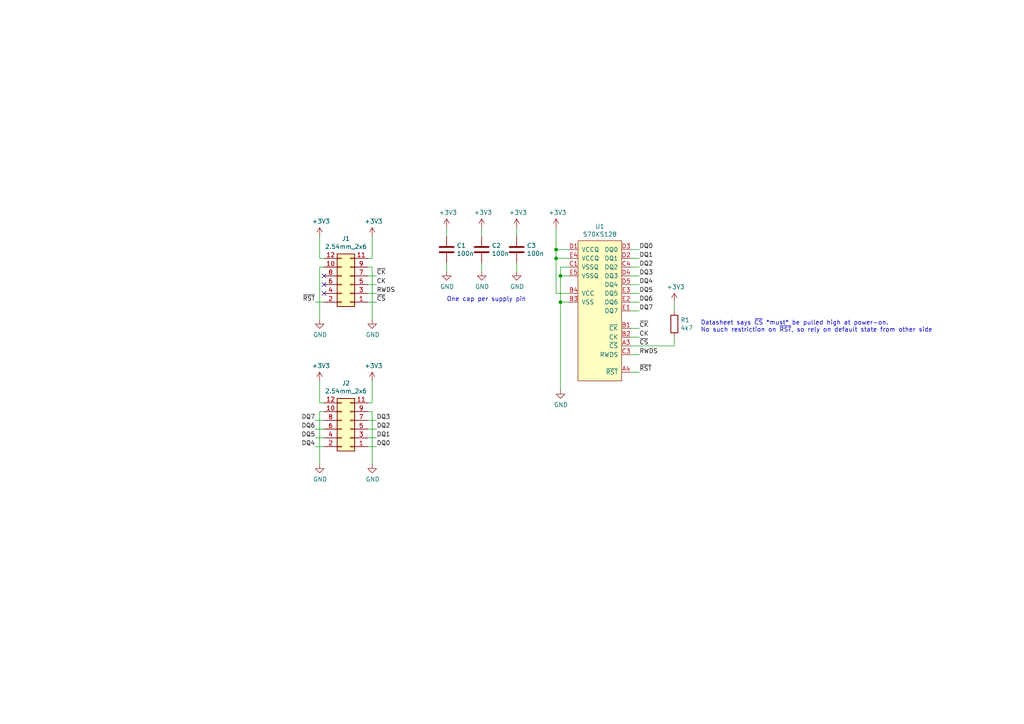
<source format=kicad_sch>
(kicad_sch (version 20230121) (generator eeschema)
  (paper "A4")
  (title_block (title "HyperRAM PMOD") (date "2020-08-19") (rev "A") (company "Luke Wren"))
  (lib_symbols
    (symbol "Connector_Generic:Conn_02x06_Odd_Even" (pin_names (offset 1.016) hide)
      (property "Reference" "J" (at 1.27 7.62 0))
      (property "Value" "Conn_02x06_Odd_Even" (at 1.27 -10.16 0))
      (symbol "Conn_02x06_Odd_Even_1_1"
        (rectangle (start -1.27 -7.493) (end 0 -7.747) (stroke (width 0.1524)))
        (rectangle (start -1.27 -4.953) (end 0 -5.207) (stroke (width 0.1524)))
        (rectangle (start -1.27 -2.413) (end 0 -2.667) (stroke (width 0.1524)))
        (rectangle (start -1.27 0.127) (end 0 -0.127) (stroke (width 0.1524)))
        (rectangle (start -1.27 2.667) (end 0 2.413) (stroke (width 0.1524)))
        (rectangle (start -1.27 5.207) (end 0 4.953) (stroke (width 0.1524)))
        (rectangle (start -1.27 6.35) (end 3.81 -8.89) (stroke (width 0.254)) (fill (type background)))
        (rectangle (start 3.81 -7.493) (end 2.54 -7.747) (stroke (width 0.1524)))
        (rectangle (start 3.81 -4.953) (end 2.54 -5.207) (stroke (width 0.1524)))
        (rectangle (start 3.81 -2.413) (end 2.54 -2.667) (stroke (width 0.1524)))
        (rectangle (start 3.81 0.127) (end 2.54 -0.127) (stroke (width 0.1524)))
        (rectangle (start 3.81 2.667) (end 2.54 2.413) (stroke (width 0.1524)))
        (rectangle (start 3.81 5.207) (end 2.54 4.953) (stroke (width 0.1524)))
        (pin passive line (at -5.08 5.08 0) (length 3.81) (name "Pin_1") (number "1"))
        (pin passive line (at 7.62 -5.08 180) (length 3.81) (name "Pin_10") (number "10"))
        (pin passive line (at -5.08 -7.62 0) (length 3.81) (name "Pin_11") (number "11"))
        (pin passive line (at 7.62 -7.62 180) (length 3.81) (name "Pin_12") (number "12"))
        (pin passive line (at 7.62 5.08 180) (length 3.81) (name "Pin_2") (number "2"))
        (pin passive line (at -5.08 2.54 0) (length 3.81) (name "Pin_3") (number "3"))
        (pin passive line (at 7.62 2.54 180) (length 3.81) (name "Pin_4") (number "4"))
        (pin passive line (at -5.08 0 0) (length 3.81) (name "Pin_5") (number "5"))
        (pin passive line (at 7.62 0 180) (length 3.81) (name "Pin_6") (number "6"))
        (pin passive line (at -5.08 -2.54 0) (length 3.81) (name "Pin_7") (number "7"))
        (pin passive line (at 7.62 -2.54 180) (length 3.81) (name "Pin_8") (number "8"))
        (pin passive line (at -5.08 -5.08 0) (length 3.81) (name "Pin_9") (number "9"))
      )
    )
    (symbol "Device:C" (pin_numbers hide) (pin_names (offset 0.254))
      (property "Reference" "C" (at 0.635 2.54 0))
      (property "Value" "C" (at 0.635 -2.54 0))
      (symbol "C_0_1"
        (polyline (pts (xy -2.032 -0.762) (xy 2.032 -0.762)) (stroke (width 0.508)))
        (polyline (pts (xy -2.032 0.762) (xy 2.032 0.762)) (stroke (width 0.508)))
      )
      (symbol "C_1_1"
        (pin passive line (at 0 3.81 270) (length 2.794) (name "~") (number "1"))
        (pin passive line (at 0 -3.81 90) (length 2.794) (name "~") (number "2"))
      )
    )
    (symbol "Device:R" (pin_numbers hide) (pin_names (offset 0))
      (property "Reference" "R" (at 2.032 0 90))
      (property "Value" "R" (at 0 0 90))
      (symbol "R_0_1"
        (rectangle (start -1.016 -2.54) (end 1.016 2.54) (stroke (width 0.254)))
      )
      (symbol "R_1_1"
        (pin passive line (at 0 3.81 270) (length 1.27) (name "~") (number "1"))
        (pin passive line (at 0 -3.81 90) (length 1.27) (name "~") (number "2"))
      )
    )
    (symbol "picodvi:S70KS128" (pin_names (offset 1.016))
      (property "Reference" "U" (at 0 21.59 0))
      (property "Value" "S70KS128" (at 0 -21.59 0))
      (symbol "S70KS128_0_1"
        (rectangle (start -6.35 20.32) (end 6.35 -20.32) (fill (type background)))
      )
      (symbol "S70KS128_1_1"
        (pin input line (at 8.89 -10.16 180) (length 2.54) (name "~{CS}") (number "A3"))
        (pin input line (at 8.89 -17.78 180) (length 2.54) (name "~{RST}") (number "A4"))
        (pin input line (at 8.89 -5.08 180) (length 2.54) (name "~{CK}") (number "B1"))
        (pin input line (at 8.89 -7.62 180) (length 2.54) (name "CK") (number "B2"))
        (pin passive line (at -8.89 2.54 0) (length 2.54) (name "VSS") (number "B3"))
        (pin power_in line (at -8.89 5.08 0) (length 2.54) (name "VCC") (number "B4"))
        (pin passive line (at -8.89 12.7 0) (length 2.54) (name "VSSQ") (number "C1"))
        (pin bidirectional line (at 8.89 -12.7 180) (length 2.54) (name "RWDS") (number "C3"))
        (pin bidirectional line (at 8.89 12.7 180) (length 2.54) (name "DQ2") (number "C4"))
        (pin power_in line (at -8.89 17.78 0) (length 2.54) (name "VCCQ") (number "D1"))
        (pin bidirectional line (at 8.89 15.24 180) (length 2.54) (name "DQ1") (number "D2"))
        (pin bidirectional line (at 8.89 17.78 180) (length 2.54) (name "DQ0") (number "D3"))
        (pin bidirectional line (at 8.89 10.16 180) (length 2.54) (name "DQ3") (number "D4"))
        (pin bidirectional line (at 8.89 7.62 180) (length 2.54) (name "DQ4") (number "D5"))
        (pin bidirectional line (at 8.89 0 180) (length 2.54) (name "DQ7") (number "E1"))
        (pin bidirectional line (at 8.89 2.54 180) (length 2.54) (name "DQ6") (number "E2"))
        (pin bidirectional line (at 8.89 5.08 180) (length 2.54) (name "DQ5") (number "E3"))
        (pin power_in line (at -8.89 15.24 0) (length 2.54) (name "VCCQ") (number "E4"))
        (pin passive line (at -8.89 10.16 0) (length 2.54) (name "VSSQ") (number "E5"))
      )
    )
    (symbol "power:+3V3" (power) (pin_names (offset 0))
      (property "Value" "+3V3" (at 0 3.556 0))
      (symbol "+3V3_0_1"
        (polyline (pts (xy -0.762 1.27) (xy 0 2.54)))
        (polyline (pts (xy 0 0) (xy 0 2.54)))
        (polyline (pts (xy 0 2.54) (xy 0.762 1.27)))
      )
      (symbol "+3V3_1_1"
        (pin power_in line (at 0 0 90) (length 0) hide (name "+3V3") (number "1"))
      )
    )
    (symbol "power:GND" (power) (pin_names (offset 0))
      (property "Value" "GND" (at 0 -3.81 0))
      (symbol "GND_0_1"
        (polyline (pts (xy 0 0) (xy 0 -1.27) (xy 1.27 -1.27) (xy 0 -2.54) (xy -1.27 -1.27) (xy 0 -1.27)))
      )
      (symbol "GND_1_1"
        (pin power_in line (at 0 0 270) (length 0) hide (name "GND") (number "1"))
      )
    )
  )
  (junction (at 161.29 72.39))
  (junction (at 162.56 87.63))
  (junction (at 162.56 80.01))
  (junction (at 161.29 74.93))
  (no_connect (at 93.98 82.55))
  (no_connect (at 93.98 80.01))
  (no_connect (at 93.98 85.09))
  (wire (pts (xy 161.29 74.93) (xy 161.29 72.39)))
  (wire (pts (xy 106.68 85.09) (xy 109.22 85.09)))
  (wire (pts (xy 93.98 116.84) (xy 92.71 116.84)))
  (wire (pts (xy 139.7 78.74) (xy 139.7 76.2)))
  (wire (pts (xy 129.54 68.58) (xy 129.54 66.04)))
  (wire (pts (xy 92.71 74.93) (xy 92.71 68.58)))
  (wire (pts (xy 91.44 87.63) (xy 93.98 87.63)))
  (wire (pts (xy 165.1 80.01) (xy 162.56 80.01)))
  (wire (pts (xy 106.68 127) (xy 109.22 127)))
  (wire (pts (xy 93.98 74.93) (xy 92.71 74.93)))
  (wire (pts (xy 106.68 121.92) (xy 109.22 121.92)))
  (wire (pts (xy 91.44 129.54) (xy 93.98 129.54)))
  (wire (pts (xy 106.68 82.55) (xy 109.22 82.55)))
  (wire (pts (xy 161.29 72.39) (xy 161.29 66.04)))
  (wire (pts (xy 162.56 77.47) (xy 162.56 80.01)))
  (wire (pts (xy 182.88 100.33) (xy 195.58 100.33)))
  (wire (pts (xy 106.68 124.46) (xy 109.22 124.46)))
  (wire (pts (xy 162.56 87.63) (xy 162.56 113.03)))
  (wire (pts (xy 165.1 77.47) (xy 162.56 77.47)))
  (wire (pts (xy 93.98 77.47) (xy 92.71 77.47)))
  (wire (pts (xy 161.29 85.09) (xy 165.1 85.09)))
  (wire (pts (xy 182.88 107.95) (xy 185.42 107.95)))
  (wire (pts (xy 165.1 74.93) (xy 161.29 74.93)))
  (wire (pts (xy 92.71 116.84) (xy 92.71 110.49)))
  (wire (pts (xy 91.44 124.46) (xy 93.98 124.46)))
  (wire (pts (xy 182.88 85.09) (xy 185.42 85.09)))
  (wire (pts (xy 165.1 72.39) (xy 161.29 72.39)))
  (wire (pts (xy 106.68 87.63) (xy 109.22 87.63)))
  (wire (pts (xy 182.88 74.93) (xy 185.42 74.93)))
  (wire (pts (xy 91.44 127) (xy 93.98 127)))
  (wire (pts (xy 92.71 77.47) (xy 92.71 92.71)))
  (wire (pts (xy 162.56 80.01) (xy 162.56 87.63)))
  (wire (pts (xy 182.88 90.17) (xy 185.42 90.17)))
  (wire (pts (xy 107.95 119.38) (xy 107.95 134.62)))
  (wire (pts (xy 165.1 87.63) (xy 162.56 87.63)))
  (wire (pts (xy 161.29 74.93) (xy 161.29 85.09)))
  (wire (pts (xy 106.68 119.38) (xy 107.95 119.38)))
  (wire (pts (xy 91.44 121.92) (xy 93.98 121.92)))
  (wire (pts (xy 93.98 119.38) (xy 92.71 119.38)))
  (wire (pts (xy 106.68 74.93) (xy 107.95 74.93)))
  (wire (pts (xy 182.88 87.63) (xy 185.42 87.63)))
  (wire (pts (xy 149.86 78.74) (xy 149.86 76.2)))
  (wire (pts (xy 106.68 129.54) (xy 109.22 129.54)))
  (wire (pts (xy 182.88 80.01) (xy 185.42 80.01)))
  (wire (pts (xy 129.54 78.74) (xy 129.54 76.2)))
  (wire (pts (xy 106.68 77.47) (xy 107.95 77.47)))
  (wire (pts (xy 139.7 68.58) (xy 139.7 66.04)))
  (wire (pts (xy 107.95 77.47) (xy 107.95 92.71)))
  (wire (pts (xy 106.68 116.84) (xy 107.95 116.84)))
  (wire (pts (xy 195.58 90.17) (xy 195.58 87.63)))
  (wire (pts (xy 149.86 68.58) (xy 149.86 66.04)))
  (wire (pts (xy 182.88 97.79) (xy 185.42 97.79)))
  (wire (pts (xy 182.88 95.25) (xy 185.42 95.25)))
  (wire (pts (xy 107.95 116.84) (xy 107.95 110.49)))
  (wire (pts (xy 107.95 74.93) (xy 107.95 68.58)))
  (wire (pts (xy 106.68 80.01) (xy 109.22 80.01)))
  (wire (pts (xy 92.71 119.38) (xy 92.71 134.62)))
  (wire (pts (xy 182.88 102.87) (xy 185.42 102.87)))
  (wire (pts (xy 182.88 77.47) (xy 185.42 77.47)))
  (wire (pts (xy 195.58 100.33) (xy 195.58 97.79)))
  (wire (pts (xy 182.88 82.55) (xy 185.42 82.55)))
  (wire (pts (xy 182.88 72.39) (xy 185.42 72.39)))
  (text "Datasheet says ~{CS} *must* be pulled high at power-on.\nNo such restriction on ~{RST}, so rely on default state from other side" (at 203.2 96.52 0) (effects (font (size 1.27 1.27)) (justify left bottom)))
  (text "One cap per supply pin" (at 129.54 87.63 0) (effects (font (size 1.27 1.27)) (justify left bottom)))
  (label "DQ3" (at 109.22 121.92 0))
  (label "DQ0" (at 185.42 72.39 0))
  (label "~{CK}" (at 185.42 95.25 0))
  (label "DQ7" (at 185.42 90.17 0))
  (label "DQ4" (at 91.44 129.54 180))
  (label "DQ3" (at 185.42 80.01 0))
  (label "~{RST}" (at 91.44 87.63 180))
  (label "DQ5" (at 91.44 127 180))
  (label "CK" (at 109.22 82.55 0))
  (label "DQ6" (at 91.44 124.46 180))
  (label "DQ7" (at 91.44 121.92 180))
  (label "~{CS}" (at 109.22 87.63 0))
  (label "DQ0" (at 109.22 129.54 0))
  (label "DQ2" (at 185.42 77.47 0))
  (label "RWDS" (at 185.42 102.87 0))
  (label "~{CK}" (at 109.22 80.01 0))
  (label "~{RST}" (at 185.42 107.95 0))
  (label "CK" (at 185.42 97.79 0))
  (label "~{CS}" (at 185.42 100.33 0))
  (label "DQ6" (at 185.42 87.63 0))
  (label "DQ1" (at 109.22 127 0))
  (label "DQ5" (at 185.42 85.09 0))
  (label "DQ2" (at 109.22 124.46 0))
  (label "RWDS" (at 109.22 85.09 0))
  (label "DQ4" (at 185.42 82.55 0))
  (label "DQ1" (at 185.42 74.93 0))
  (symbol (lib_id "picodvi:S70KS128") (at 173.99 90.17 0) (unit 1)
    (property "Reference" "U1" (at 173.99 65.659 0))
    (property "Value" "S70KS128" (at 173.99 67.9704 0))
    (property "Footprint" "picodvi:S70KS128" (effects hide))
  )
  (symbol (lib_id "Connector_Generic:Conn_02x06_Odd_Even") (at 101.6 124.46 180) (unit 1)
    (property "Reference" "J2" (at 100.33 111.125 0))
    (property "Value" "2.54mm_2x6" (at 100.33 113.4364 0))
    (property "Footprint" "Connector_PinSocket_2.54mm:PinSocket_2x06_P2.54mm_Horizontal" (effects hide))
  )
  (symbol (lib_id "power:GND") (at 107.95 134.62 0) (unit 1)
    (property "Reference" "#PWR0101" (effects hide))
    (property "Value" "GND" (at 108.077 139.0142 0))
  )
  (symbol (lib_id "power:+3V3") (at 92.71 110.49 0) (unit 1)
    (property "Reference" "#PWR0102" (effects hide))
    (property "Value" "+3V3" (at 93.091 106.0958 0))
  )
  (symbol (lib_id "power:+3V3") (at 107.95 110.49 0) (unit 1)
    (property "Reference" "#PWR0103" (effects hide))
    (property "Value" "+3V3" (at 108.331 106.0958 0))
  )
  (symbol (lib_id "power:GND") (at 92.71 134.62 0) (unit 1)
    (property "Reference" "#PWR0104" (effects hide))
    (property "Value" "GND" (at 92.837 139.0142 0))
  )
  (symbol (lib_id "Connector_Generic:Conn_02x06_Odd_Even") (at 101.6 82.55 180) (unit 1)
    (property "Reference" "J1" (at 100.33 69.215 0))
    (property "Value" "2.54mm_2x6" (at 100.33 71.5264 0))
    (property "Footprint" "Connector_PinSocket_2.54mm:PinSocket_2x06_P2.54mm_Horizontal" (effects hide))
  )
  (symbol (lib_id "power:GND") (at 107.95 92.71 0) (unit 1)
    (property "Reference" "#PWR0105" (effects hide))
    (property "Value" "GND" (at 108.077 97.1042 0))
  )
  (symbol (lib_id "power:+3V3") (at 92.71 68.58 0) (unit 1)
    (property "Reference" "#PWR0106" (effects hide))
    (property "Value" "+3V3" (at 93.091 64.1858 0))
  )
  (symbol (lib_id "power:+3V3") (at 107.95 68.58 0) (unit 1)
    (property "Reference" "#PWR0107" (effects hide))
    (property "Value" "+3V3" (at 108.331 64.1858 0))
  )
  (symbol (lib_id "power:GND") (at 92.71 92.71 0) (unit 1)
    (property "Reference" "#PWR0108" (effects hide))
    (property "Value" "GND" (at 92.837 97.1042 0))
  )
  (symbol (lib_id "power:+3V3") (at 161.29 66.04 0) (unit 1)
    (property "Reference" "#PWR0109" (effects hide))
    (property "Value" "+3V3" (at 161.671 61.6458 0))
  )
  (symbol (lib_id "power:GND") (at 162.56 113.03 0) (unit 1)
    (property "Reference" "#PWR0110" (effects hide))
    (property "Value" "GND" (at 162.687 117.4242 0))
  )
  (symbol (lib_id "Device:R") (at 195.58 93.98 0) (unit 1)
    (property "Reference" "R1" (at 197.358 92.8116 0) (effects (justify left)))
    (property "Value" "4k7" (at 197.358 95.123 0) (effects (justify left)))
    (property "Footprint" "Resistor_SMD:R_0402_1005Metric" (effects hide))
  )
  (symbol (lib_id "power:+3V3") (at 195.58 87.63 0) (unit 1)
    (property "Reference" "#PWR0111" (effects hide))
    (property "Value" "+3V3" (at 195.961 83.2358 0))
  )
  (symbol (lib_id "Device:C") (at 149.86 72.39 0) (unit 1)
    (property "Reference" "C3" (at 152.781 71.2216 0) (effects (justify left)))
    (property "Value" "100n" (at 152.781 73.533 0) (effects (justify left)))
    (property "Footprint" "Capacitor_SMD:C_0402_1005Metric" (effects hide))
  )
  (symbol (lib_id "power:+3V3") (at 149.86 66.04 0) (unit 1)
    (property "Reference" "#PWR0112" (effects hide))
    (property "Value" "+3V3" (at 150.241 61.6458 0))
  )
  (symbol (lib_id "power:GND") (at 149.86 78.74 0) (unit 1)
    (property "Reference" "#PWR0113" (effects hide))
    (property "Value" "GND" (at 149.987 83.1342 0))
  )
  (symbol (lib_id "Device:C") (at 139.7 72.39 0) (unit 1)
    (property "Reference" "C2" (at 142.621 71.2216 0) (effects (justify left)))
    (property "Value" "100n" (at 142.621 73.533 0) (effects (justify left)))
    (property "Footprint" "Capacitor_SMD:C_0402_1005Metric" (effects hide))
  )
  (symbol (lib_id "power:+3V3") (at 139.7 66.04 0) (unit 1)
    (property "Reference" "#PWR0114" (effects hide))
    (property "Value" "+3V3" (at 140.081 61.6458 0))
  )
  (symbol (lib_id "power:GND") (at 139.7 78.74 0) (unit 1)
    (property "Reference" "#PWR0115" (effects hide))
    (property "Value" "GND" (at 139.827 83.1342 0))
  )
  (symbol (lib_id "Device:C") (at 129.54 72.39 0) (unit 1)
    (property "Reference" "C1" (at 132.461 71.2216 0) (effects (justify left)))
    (property "Value" "100n" (at 132.461 73.533 0) (effects (justify left)))
    (property "Footprint" "Capacitor_SMD:C_0402_1005Metric" (effects hide))
  )
  (symbol (lib_id "power:+3V3") (at 129.54 66.04 0) (unit 1)
    (property "Reference" "#PWR0116" (effects hide))
    (property "Value" "+3V3" (at 129.921 61.6458 0))
  )
  (symbol (lib_id "power:GND") (at 129.54 78.74 0) (unit 1)
    (property "Reference" "#PWR0117" (effects hide))
    (property "Value" "GND" (at 129.667 83.1342 0))
  )
)
</source>
